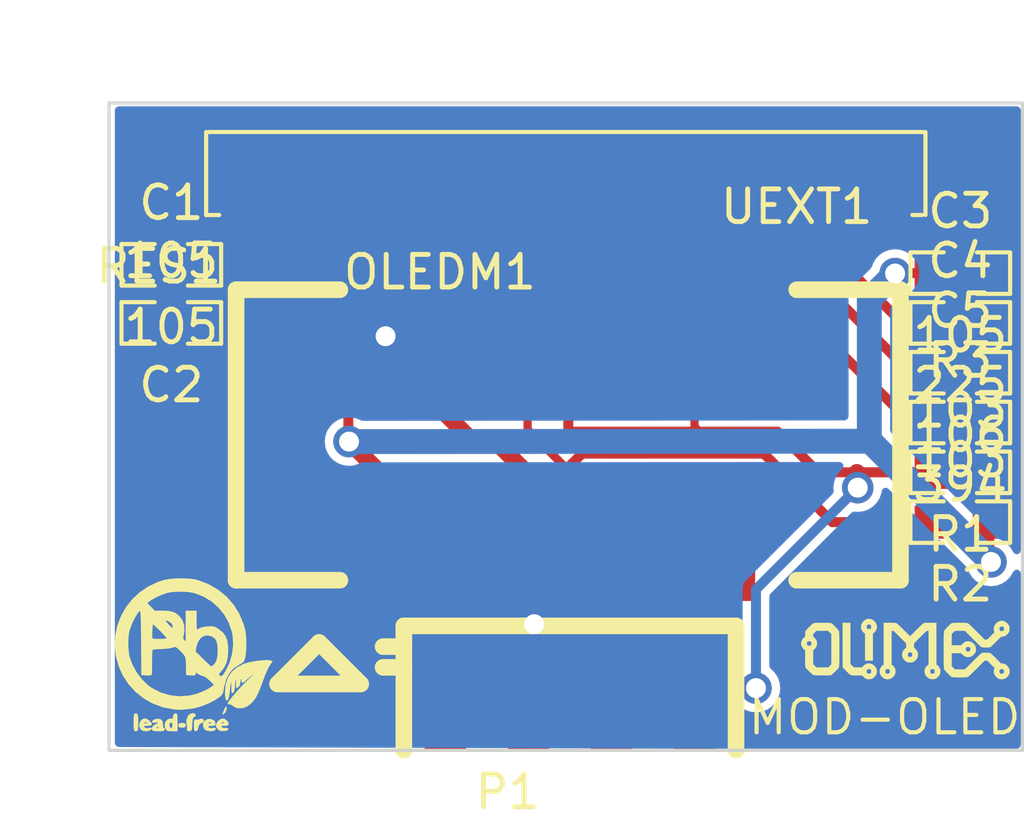
<source format=kicad_pcb>
(kicad_pcb (version 20221018) (generator pcbnew)
  (layers (0 "F.Cu" signal) (31 "B.Cu" signal) (34 "B.Paste" user) (35 "F.Paste" user) (36 "B.SilkS" user "B.Silkscreen") (37 "F.SilkS" user "F.Silkscreen") (38 "B.Mask" user) (39 "F.Mask" user) (44 "Edge.Cuts" user))
  (net 0 "")
  (net 1 "Net-(C1-Pad1)")
  (net 2 "Net-(C1-Pad2)")
  (net 3 "Net-(C2-Pad1)")
  (net 4 "Net-(C2-Pad2)")
  (net 5 "GND")
  (net 6 "Net-(C4-Pad1)")
  (net 7 "Net-(C5-Pad1)")
  (net 8 "/SCL")
  (net 9 "/SDA")
  (net 10 "Net-(OLEDM1-Pad26)")
  (net 11 "Net-(OLEDM1-Pad30)")
  (net 12 "Net-(OLEDM1-Pad1)")
  (net 13 "/VDD")
  (net 14 "Net-(OLEDM1-Pad7)")
  (net 15 "Net-(OLEDM1-Pad14)")
  (net 16 "Net-(UEXT1-Pad3)")
  (net 17 "Net-(UEXT1-Pad4)")
  (net 18 "Net-(UEXT1-Pad7)")
  (net 19 "Net-(UEXT1-Pad8)")
  (net 20 "Net-(UEXT1-Pad9)")
  (net 21 "Net-(UEXT1-Pad10)")
  (footprint "kicad_wrk:LOGO_OLIMEX_80" (layer "F.Cu") (at 205.5876 118.6942)
    (fp_text reference "G***" hide)
    (fp_text value "LOGO" hide)
  )
  (footprint "kicad_wrk:TP" (layer "F.Cu") (at 182.753 103.378 180)
    (fp_text reference "RES1" (at 0 -3.6 180) (layer "F.SilkS"))
    (fp_text value "CONN_01X01" hide)
  )
  (footprint "kicad_wrk:R_0603" (layer "F.Cu") (at 207.264 111.76)
    (fp_text reference "R3" (at 0 -1.9) (layer "F.SilkS"))
    (fp_text value "394" (at 0 1.9) (layer "F.SilkS"))
    (pad "1" smd rect (at -0.889 0) (size 1.016 1.016) (layers "F.Cu" "F.Paste" "F.Mask") (net 10 "Net-(OLEDM1-Pad26)"))
    (pad "2" smd rect (at 0.889 0) (size 1.016 1.016) (layers "F.Cu" "F.Paste" "F.Mask") (net 5 "GND"))
  )
  (footprint "kicad_wrk:R_0603" (layer "F.Cu") (at 207.264 114.808 180)
    (fp_text reference "R2" (at 0 -1.9 180) (layer "F.SilkS"))
    (fp_text value "103" (at 0 1.9 180) (layer "F.SilkS"))
    (pad "1" smd rect (at -0.889 0 180) (size 1.016 1.016) (layers "F.Cu" "F.Paste" "F.Mask") (net 13 "/VDD"))
    (pad "2" smd rect (at 0.889 0 180) (size 1.016 1.016) (layers "F.Cu" "F.Paste" "F.Mask") (net 8 "/SCL"))
  )
  (footprint "kicad_wrk:R_0603" (layer "F.Cu") (at 207.264 113.284 180)
    (fp_text reference "R1" (at 0 -1.9 180) (layer "F.SilkS"))
    (fp_text value "103" (at 0 1.9 180) (layer "F.SilkS"))
    (pad "1" smd rect (at -0.889 0 180) (size 1.016 1.016) (layers "F.Cu" "F.Paste" "F.Mask") (net 13 "/VDD"))
    (pad "2" smd rect (at 0.889 0 180) (size 1.016 1.016) (layers "F.Cu" "F.Paste" "F.Mask") (net 9 "/SDA"))
  )
  (footprint "kicad_wrk:C_0603" (layer "F.Cu") (at 207.264 110.236)
    (fp_text reference "C5" (at 0 -1.9) (layer "F.SilkS"))
    (fp_text value "106" (at 0 1.9) (layer "F.SilkS"))
    (pad "1" smd rect (at -0.889 0) (size 1.016 1.016) (layers "F.Cu" "F.Paste" "F.Mask") (net 7 "Net-(C5-Pad1)"))
    (pad "2" smd rect (at 0.889 0) (size 1.016 1.016) (layers "F.Cu" "F.Paste" "F.Mask") (net 5 "GND"))
  )
  (footprint "kicad_wrk:C_0603" (layer "F.Cu") (at 207.264 108.712)
    (fp_text reference "C4" (at 0 -1.9) (layer "F.SilkS"))
    (fp_text value "225" (at 0 1.9) (layer "F.SilkS"))
    (pad "1" smd rect (at -0.889 0) (size 1.016 1.016) (layers "F.Cu" "F.Paste" "F.Mask") (net 6 "Net-(C4-Pad1)"))
    (pad "2" smd rect (at 0.889 0) (size 1.016 1.016) (layers "F.Cu" "F.Paste" "F.Mask") (net 5 "GND"))
  )
  (footprint "kicad_wrk:C_0603" (layer "F.Cu") (at 207.264 107.188)
    (fp_text reference "C3" (at 0 -1.9) (layer "F.SilkS"))
    (fp_text value "105" (at 0 1.9) (layer "F.SilkS"))
    (pad "1" smd rect (at -0.889 0) (size 1.016 1.016) (layers "F.Cu" "F.Paste" "F.Mask") (net 13 "/VDD"))
    (pad "2" smd rect (at 0.889 0) (size 1.016 1.016) (layers "F.Cu" "F.Paste" "F.Mask") (net 5 "GND"))
  )
  (footprint "kicad_wrk:C_0603" (layer "F.Cu") (at 183.134 108.712 180)
    (fp_text reference "C2" (at 0 -1.9 180) (layer "F.SilkS"))
    (fp_text value "105" (at 0 1.9 180) (layer "F.SilkS"))
    (pad "1" smd rect (at -0.889 0 180) (size 1.016 1.016) (layers "F.Cu" "F.Paste" "F.Mask") (net 3 "Net-(C2-Pad1)"))
    (pad "2" smd rect (at 0.889 0 180) (size 1.016 1.016) (layers "F.Cu" "F.Paste" "F.Mask") (net 4 "Net-(C2-Pad2)"))
  )
  (footprint "kicad_wrk:C_0603" (layer "F.Cu") (at 183.134 106.934)
    (fp_text reference "C1" (at 0 -1.9) (layer "F.SilkS"))
    (fp_text value "105" (at 0 1.9) (layer "F.SilkS"))
    (pad "1" smd rect (at -0.889 0) (size 1.016 1.016) (layers "F.Cu" "F.Paste" "F.Mask") (net 1 "Net-(C1-Pad1)"))
    (pad "2" smd rect (at 0.889 0) (size 1.016 1.016) (layers "F.Cu" "F.Paste" "F.Mask") (net 2 "Net-(C1-Pad2)"))
  )
  (footprint "kicad_wrk:IROP055-SSD1306Z-PADS-ONLY" (layer "F.Cu") (at 195.199 105.41)
    (fp_text reference "OLEDM1" (at -3.85 1.75) (layer "F.SilkS"))
    (fp_text value "IROP055")
    (pad "1" smd rect (at -10.15 -0.7) (size 0.4 2.54) (layers "F.Cu" "F.Paste" "F.Mask") (net 12 "Net-(OLEDM1-Pad1)"))
    (pad "2" smd rect (at -9.45 -0.7) (size 0.4 2.54) (layers "F.Cu" "F.Paste" "F.Mask") (net 1 "Net-(C1-Pad1)"))
    (pad "3" smd rect (at -8.75 -0.7) (size 0.4 2.54) (layers "F.Cu" "F.Paste" "F.Mask") (net 2 "Net-(C1-Pad2)"))
    (pad "4" smd rect (at -8.05 -0.7) (size 0.4 2.54) (layers "F.Cu" "F.Paste" "F.Mask") (net 3 "Net-(C2-Pad1)"))
    (pad "5" smd rect (at -7.35 -0.7) (size 0.4 2.54) (layers "F.Cu" "F.Paste" "F.Mask") (net 4 "Net-(C2-Pad2)"))
    (pad "6" smd rect (at -6.65 -0.7) (size 0.4 2.54) (layers "F.Cu" "F.Paste" "F.Mask") (net 13 "/VDD"))
    (pad "7" smd rect (at -5.95 -0.7) (size 0.4 2.54) (layers "F.Cu" "F.Paste" "F.Mask") (net 14 "Net-(OLEDM1-Pad7)"))
    (pad "8" smd rect (at -5.25 -0.7) (size 0.4 2.54) (layers "F.Cu" "F.Paste" "F.Mask") (net 5 "GND"))
    (pad "9" smd rect (at -4.55 -0.7) (size 0.4 2.54) (layers "F.Cu" "F.Paste" "F.Mask") (net 13 "/VDD"))
    (pad "10" smd rect (at -3.85 -0.7) (size 0.4 2.54) (layers "F.Cu" "F.Paste" "F.Mask") (net 5 "GND"))
    (pad "11" smd rect (at -3.15 -0.7) (size 0.4 2.54) (layers "F.Cu" "F.Paste" "F.Mask") (net 13 "/VDD"))
    (pad "12" smd rect (at -2.45 -0.7) (size 0.4 2.54) (layers "F.Cu" "F.Paste" "F.Mask") (net 5 "GND"))
    (pad "13" smd rect (at -1.75 -0.7) (size 0.4 2.54) (layers "F.Cu" "F.Paste" "F.Mask") (net 5 "GND"))
    (pad "14" smd rect (at -1.05 -0.7) (size 0.4 2.54) (layers "F.Cu" "F.Paste" "F.Mask") (net 15 "Net-(OLEDM1-Pad14)"))
    (pad "15" smd rect (at -0.35 -0.7) (size 0.4 2.54) (layers "F.Cu" "F.Paste" "F.Mask") (net 5 "GND"))
    (pad "16" smd rect (at 0.35 -0.7) (size 0.4 2.54) (layers "F.Cu" "F.Paste" "F.Mask") (net 5 "GND"))
    (pad "17" smd rect (at 1.05 -0.7) (size 0.4 2.54) (layers "F.Cu" "F.Paste" "F.Mask") (net 5 "GND"))
    (pad "18" smd rect (at 1.75 -0.7) (size 0.4 2.54) (layers "F.Cu" "F.Paste" "F.Mask") (net 8 "/SCL"))
    (pad "19" smd rect (at 2.45 -0.7) (size 0.4 2.54) (layers "F.Cu" "F.Paste" "F.Mask") (net 9 "/SDA"))
    (pad "20" smd rect (at 3.15 -0.7) (size 0.4 2.54) (layers "F.Cu" "F.Paste" "F.Mask") (net 9 "/SDA"))
    (pad "21" smd rect (at 3.85 -0.7) (size 0.4 2.54) (layers "F.Cu" "F.Paste" "F.Mask") (net 5 "GND"))
    (pad "22" smd rect (at 4.55 -0.7) (size 0.4 2.54) (layers "F.Cu" "F.Paste" "F.Mask") (net 5 "GND"))
    (pad "23" smd rect (at 5.25 -0.7) (size 0.4 2.54) (layers "F.Cu" "F.Paste" "F.Mask") (net 5 "GND"))
    (pad "24" smd rect (at 5.95 -0.7) (size 0.4 2.54) (layers "F.Cu" "F.Paste" "F.Mask") (net 5 "GND"))
    (pad "25" smd rect (at 6.65 -0.7) (size 0.4 2.54) (layers "F.Cu" "F.Paste" "F.Mask") (net 5 "GND"))
    (pad "26" smd rect (at 7.35 -0.7) (size 0.4 2.54) (layers "F.Cu" "F.Paste" "F.Mask") (net 10 "Net-(OLEDM1-Pad26)"))
    (pad "27" smd rect (at 8.05 -0.7) (size 0.4 2.54) (layers "F.Cu" "F.Paste" "F.Mask") (net 7 "Net-(C5-Pad1)"))
    (pad "28" smd rect (at 8.75 -0.7) (size 0.4 2.54) (layers "F.Cu" "F.Paste" "F.Mask") (net 6 "Net-(C4-Pad1)"))
    (pad "29" smd rect (at 9.45 -0.7) (size 0.4 2.54) (layers "F.Cu" "F.Paste" "F.Mask") (net 5 "GND"))
    (pad "30" smd rect (at 10.15 -0.7) (size 0.4 2.54) (layers "F.Cu" "F.Paste" "F.Mask") (net 11 "Net-(OLEDM1-Pad30)"))
  )
  (footprint "kicad_wrk:UEXTM-SMD" (layer "F.Cu") (at 195.2752 112.141 180)
    (fp_text reference "UEXT1" (at -6.985 6.985 180) (layer "F.SilkS"))
    (fp_text value "CONN_02X05")
    (pad "1" smd rect (at 5.08 -3.175 180) (size 1.27 3.81) (layers "F.Cu" "F.Paste" "F.Mask") (net 13 "/VDD"))
    (pad "2" smd rect (at 5.08 3.175 180) (size 1.27 3.81) (layers "F.Cu" "F.Paste" "F.Mask") (net 5 "GND"))
    (pad "3" smd rect (at 2.54 -3.175 180) (size 1.27 3.81) (layers "F.Cu" "F.Paste" "F.Mask") (net 16 "Net-(UEXT1-Pad3)"))
    (pad "4" smd rect (at 2.54 3.175 180) (size 1.27 3.81) (layers "F.Cu" "F.Paste" "F.Mask") (net 17 "Net-(UEXT1-Pad4)"))
    (pad "5" smd rect (at 0 -3.175 180) (size 1.27 3.81) (layers "F.Cu" "F.Paste" "F.Mask") (net 8 "/SCL"))
    (pad "6" smd rect (at 0 3.175 180) (size 1.27 3.81) (layers "F.Cu" "F.Paste" "F.Mask") (net 9 "/SDA"))
    (pad "7" smd rect (at -2.54 -3.175 180) (size 1.27 3.81) (layers "F.Cu" "F.Paste" "F.Mask") (net 18 "Net-(UEXT1-Pad7)"))
    (pad "8" smd rect (at -2.54 3.175 180) (size 1.27 3.81) (layers "F.Cu" "F.Paste" "F.Mask") (net 19 "Net-(UEXT1-Pad8)"))
    (pad "9" smd rect (at -5.08 -3.175 180) (size 1.27 3.81) (layers "F.Cu" "F.Paste" "F.Mask") (net 20 "Net-(UEXT1-Pad9)"))
    (pad "10" smd rect (at -5.08 3.175 180) (size 1.27 3.81) (layers "F.Cu" "F.Paste" "F.Mask") (net 21 "Net-(UEXT1-Pad10)"))
  )
  (footprint "kicad_wrk:SIP4_SMD" (layer "F.Cu") (at 195.326 119.888)
    (fp_text reference "P1" (at -1.905 3.175) (layer "F.SilkS"))
    (fp_text value "CONN_01X04")
    (pad "1" smd rect (at -3.81 0) (size 1.27 3.81) (layers "F.Cu" "F.Mask") (net 13 "/VDD"))
    (pad "2" smd rect (at -1.27 0) (size 1.27 3.81) (layers "F.Cu" "F.Mask") (net 5 "GND"))
    (pad "3" smd rect (at 1.27 0) (size 1.27 3.81) (layers "F.Cu" "F.Mask") (net 8 "/SCL"))
    (pad "4" smd rect (at 3.81 0) (size 1.27 3.81) (layers "F.Cu" "F.Mask") (net 9 "/SDA"))
  )
  (footprint "kicad_wrk:LOGO_PBFREE_33" (layer "F.Cu") (at 183.6166 118.8466)
    (fp_text reference "G***" hide)
    (fp_text value "LOGO" hide)
  )
  (gr_line (start 209.169 121.793) (end 209.169 101.981) (stroke (width 0.1)) (layer "Edge.Cuts"))
  (gr_line (start 181.229 121.793) (end 181.229 101.981) (stroke (width 0.1)) (layer "Edge.Cuts"))
  (gr_line (start 209.169 121.793) (end 181.229 121.793) (stroke (width 0.1)) (layer "Edge.Cuts"))
  (gr_line (start 209.169 101.981) (end 181.229 101.981) (stroke (width 0.1)) (layer "Edge.Cuts"))
  (gr_text "MOD-OLED" (at 204.9526 120.777) (layer "F.SilkS") (effects (font (size 1.016 1.016) (thickness 0.127))))
  (segment (start 185.749 103.3768) (end 185.42 103.0478) (width 0.254) (layer "F.Cu") (net 1))
  (segment (start 185.42 103.0478) (end 184.6199 103.0478) (width 0.254) (layer "F.Cu") (net 1))
  (segment (start 184.6199 103.0478) (end 184.2008 103.4669) (width 0.3048) (layer "F.Cu") (net 1))
  (segment (start 184.2008 103.4669) (end 184.2008 105.1941) (width 0.3048) (layer "F.Cu") (net 1))
  (segment (start 184.2008 105.1941) (end 183.2991 106.0958) (width 0.254) (layer "F.Cu") (net 1))
  (segment (start 183.2991 106.0958) (end 183.0832 106.0958) (width 0.254) (layer "F.Cu") (net 1))
  (segment (start 183.0832 106.0958) (end 182.245 106.934) (width 0.3048) (layer "F.Cu") (net 1))
  (segment (start 185.749 104.71) (end 185.749 103.3768) (width 0.3048) (layer "F.Cu") (net 1))
  (segment (start 186.449 106.413) (end 185.928 106.934) (width 0.3048) (layer "F.Cu") (net 2))
  (segment (start 185.928 106.934) (end 184.023 106.934) (width 0.3048) (layer "F.Cu") (net 2))
  (segment (start 186.449 104.71) (end 186.449 106.413) (width 0.3048) (layer "F.Cu") (net 2))
  (segment (start 187.149 106.475) (end 184.912 108.712) (width 0.254) (layer "F.Cu") (net 3))
  (segment (start 184.912 108.712) (end 184.023 108.712) (width 0.3048) (layer "F.Cu") (net 3))
  (segment (start 187.149 104.71) (end 187.149 106.475) (width 0.3048) (layer "F.Cu") (net 3))
  (segment (start 187.849 107.172) (end 184.912 110.109) (width 0.3048) (layer "F.Cu") (net 4))
  (segment (start 184.912 110.109) (end 182.626 110.109) (width 0.3048) (layer "F.Cu") (net 4))
  (segment (start 182.626 110.109) (end 182.245 109.728) (width 0.3048) (layer "F.Cu") (net 4))
  (segment (start 182.245 109.728) (end 182.245 108.712) (width 0.3048) (layer "F.Cu") (net 4))
  (segment (start 187.849 104.71) (end 187.849 107.172) (width 0.3048) (layer "F.Cu") (net 4))
  (segment (start 194.056 118.11) (end 194.2338 117.9322) (width 0.508) (layer "F.Cu") (net 5))
  (segment (start 189.6872 109.1184) (end 189.8396 108.966) (width 0.508) (layer "F.Cu") (net 5))
  (segment (start 189.8396 108.966) (end 190.1952 108.966) (width 0.508) (layer "F.Cu") (net 5))
  (segment (start 208.153 110.236) (end 208.153 108.712) (width 0.3048) (layer "F.Cu") (net 5))
  (segment (start 208.153 104.0638) (end 206.7052 102.616) (width 0.3048) (layer "F.Cu") (net 5))
  (segment (start 206.7052 102.616) (end 204.8002 102.616) (width 0.3048) (layer "F.Cu") (net 5))
  (segment (start 204.8002 102.616) (end 204.649 102.7672) (width 0.3048) (layer "F.Cu") (net 5))
  (segment (start 204.649 102.7672) (end 204.649 104.71) (width 0.3048) (layer "F.Cu") (net 5))
  (segment (start 201.849 102.6366) (end 201.8696 102.616) (width 0.3048) (layer "F.Cu") (net 5))
  (segment (start 201.8696 102.616) (end 204.8002 102.616) (width 0.3048) (layer "F.Cu") (net 5))
  (segment (start 201.849 102.6668) (end 201.849 102.6366) (width 0.3048) (layer "F.Cu") (net 5))
  (segment (start 199.1614 102.6668) (end 199.0598 102.6668) (width 0.3048) (layer "F.Cu") (net 5))
  (segment (start 199.0598 102.6668) (end 199.049 102.6776) (width 0.3048) (layer "F.Cu") (net 5))
  (segment (start 199.049 102.6776) (end 199.049 104.71) (width 0.3048) (layer "F.Cu") (net 5))
  (segment (start 199.749 102.6668) (end 199.771 102.6888) (width 0.3048) (layer "F.Cu") (net 5))
  (segment (start 199.771 102.6888) (end 199.771 102.6922) (width 0.3048) (layer "F.Cu") (net 5))
  (segment (start 199.771 102.6922) (end 199.771 102.6668) (width 0.3048) (layer "F.Cu") (net 5))
  (segment (start 199.771 102.6668) (end 199.1614 102.6668) (width 0.3048) (layer "F.Cu") (net 5))
  (segment (start 200.449 102.6668) (end 200.4568 102.6746) (width 0.3048) (layer "F.Cu") (net 5))
  (segment (start 200.4568 102.6746) (end 200.4568 102.7176) (width 0.3048) (layer "F.Cu") (net 5))
  (segment (start 200.4568 102.7176) (end 200.4568 102.6668) (width 0.3048) (layer "F.Cu") (net 5))
  (segment (start 200.4568 102.6668) (end 199.771 102.6668) (width 0.3048) (layer "F.Cu") (net 5))
  (segment (start 201.149 102.6668) (end 201.168 102.6478) (width 0.3048) (layer "F.Cu") (net 5))
  (segment (start 201.168 102.6478) (end 201.168 102.6414) (width 0.3048) (layer "F.Cu") (net 5))
  (segment (start 201.168 102.6414) (end 201.168 102.6668) (width 0.3048) (layer "F.Cu") (net 5))
  (segment (start 201.168 102.6668) (end 200.4568 102.6668) (width 0.3048) (layer "F.Cu") (net 5))
  (segment (start 192.749 102.6668) (end 192.7352 102.6806) (width 0.3048) (layer "F.Cu") (net 5))
  (segment (start 192.7352 102.6806) (end 192.7352 102.7684) (width 0.3048) (layer "F.Cu") (net 5))
  (segment (start 192.7352 102.7684) (end 192.7352 102.6668) (width 0.3048) (layer "F.Cu") (net 5))
  (segment (start 193.449 102.6668) (end 193.4718 102.6896) (width 0.3048) (layer "F.Cu") (net 5))
  (segment (start 193.4718 102.6896) (end 193.4718 102.7938) (width 0.3048) (layer "F.Cu") (net 5))
  (segment (start 193.4718 102.7938) (end 193.4718 102.6668) (width 0.3048) (layer "F.Cu") (net 5))
  (segment (start 193.4718 102.6668) (end 192.7352 102.6668) (width 0.3048) (layer "F.Cu") (net 5))
  (segment (start 194.849 102.6668) (end 194.8434 102.6724) (width 0.3048) (layer "F.Cu") (net 5))
  (segment (start 194.8434 102.6724) (end 194.8434 102.7684) (width 0.3048) (layer "F.Cu") (net 5))
  (segment (start 194.8434 102.7684) (end 194.8434 102.6668) (width 0.3048) (layer "F.Cu") (net 5))
  (segment (start 194.8434 102.6668) (end 193.4718 102.6668) (width 0.3048) (layer "F.Cu") (net 5))
  (segment (start 195.549 102.6668) (end 195.5292 102.6866) (width 0.3048) (layer "F.Cu") (net 5))
  (segment (start 195.5292 102.6866) (end 195.5292 102.7176) (width 0.3048) (layer "F.Cu") (net 5))
  (segment (start 195.5292 102.7176) (end 195.5292 102.6668) (width 0.3048) (layer "F.Cu") (net 5))
  (segment (start 195.5292 102.6668) (end 194.8434 102.6668) (width 0.3048) (layer "F.Cu") (net 5))
  (segment (start 196.249 102.6668) (end 196.2404 102.6754) (width 0.3048) (layer "F.Cu") (net 5))
  (segment (start 196.2404 102.6754) (end 196.2404 102.7684) (width 0.3048) (layer "F.Cu") (net 5))
  (segment (start 196.2404 102.7684) (end 196.2404 102.6668) (width 0.3048) (layer "F.Cu") (net 5))
  (segment (start 196.2404 102.6668) (end 195.5292 102.6668) (width 0.3048) (layer "F.Cu") (net 5))
  (segment (start 193.449 106.3345) (end 193.3067 106.4768) (width 0.3048) (layer "F.Cu") (net 5))
  (segment (start 193.3067 106.4768) (end 191.3382 106.4768) (width 0.3048) (layer "F.Cu") (net 5))
  (segment (start 189.949 106.2306) (end 190.1952 106.4768) (width 0.3048) (layer "F.Cu") (net 5))
  (segment (start 191.349 106.4768) (end 191.3382 106.466) (width 0.3048) (layer "F.Cu") (net 5))
  (segment (start 191.3382 106.466) (end 191.3382 106.426) (width 0.3048) (layer "F.Cu") (net 5))
  (segment (start 191.3382 106.426) (end 191.3382 106.4768) (width 0.3048) (layer "F.Cu") (net 5))
  (segment (start 191.3382 106.4768) (end 190.1952 106.4768) (width 0.3048) (layer "F.Cu") (net 5))
  (segment (start 190.1952 110.1725) (end 192.3542 112.3315) (width 0.508) (layer "F.Cu") (net 5))
  (segment (start 192.3542 112.3315) (end 193.04 112.3315) (width 0.508) (layer "F.Cu") (net 5))
  (segment (start 193.04 112.3315) (end 194.056 113.3475) (width 0.508) (layer "F.Cu") (net 5))
  (segment (start 194.056 113.3475) (end 194.056 119.888) (width 0.508) (layer "F.Cu") (net 5))
  (segment (start 192.749 104.71) (end 192.749 102.6668) (width 0.3048) (layer "F.Cu") (net 5))
  (segment (start 200.449 104.71) (end 200.449 102.6668) (width 0.3048) (layer "F.Cu") (net 5))
  (segment (start 196.249 104.71) (end 196.249 102.6668) (width 0.3048) (layer "F.Cu") (net 5))
  (segment (start 190.1952 108.966) (end 190.1952 110.1725) (width 0.3048) (layer "F.Cu") (net 5))
  (segment (start 201.149 104.71) (end 201.149 102.6668) (width 0.3048) (layer "F.Cu") (net 5))
  (segment (start 191.349 104.71) (end 191.349 106.4768) (width 0.3048) (layer "F.Cu") (net 5))
  (segment (start 208.153 108.712) (end 208.153 107.188) (width 0.3048) (layer "F.Cu") (net 5))
  (segment (start 193.449 104.71) (end 193.449 102.6668) (width 0.3048) (layer "F.Cu") (net 5))
  (segment (start 199.749 104.71) (end 199.749 102.6668) (width 0.3048) (layer "F.Cu") (net 5))
  (segment (start 208.153 107.188) (end 208.153 104.0638) (width 0.3048) (layer "F.Cu") (net 5))
  (segment (start 190.1952 108.966) (end 190.1952 106.4768) (width 0.3048) (layer "F.Cu") (net 5))
  (segment (start 195.549 104.71) (end 195.549 102.6668) (width 0.3048) (layer "F.Cu") (net 5))
  (segment (start 193.449 106.3345) (end 193.449 104.71) (width 0.3048) (layer "F.Cu") (net 5))
  (segment (start 199.1614 102.6668) (end 196.2404 102.6668) (width 0.3048) (layer "F.Cu") (net 5))
  (segment (start 208.153 111.76) (end 208.153 110.236) (width 0.3048) (layer "F.Cu") (net 5))
  (segment (start 194.849 104.71) (end 194.849 102.6668) (width 0.3048) (layer "F.Cu") (net 5))
  (segment (start 189.949 104.71) (end 189.949 106.2306) (width 0.3048) (layer "F.Cu") (net 5))
  (segment (start 194.056 119.888) (end 194.056 118.11) (width 0.508) (layer "F.Cu") (net 5))
  (segment (start 201.849 102.6668) (end 201.168 102.6668) (width 0.3048) (layer "F.Cu") (net 5))
  (segment (start 201.849 104.71) (end 201.849 102.6668) (width 0.3048) (layer "F.Cu") (net 5))
  (via (at 189.6872 109.1184) (size 0.9652) (drill 0.6096) (layers "F.Cu" "B.Cu") (net 5))
  (via (at 194.2338 117.9322) (size 0.9652) (drill 0.6096) (layers "F.Cu" "B.Cu") (net 5))
  (segment (start 194.2338 117.9322) (end 191.5922 115.2906) (width 0.508) (layer "B.Cu") (net 5))
  (segment (start 191.5922 115.2906) (end 186.9948 115.2906) (width 0.508) (layer "B.Cu") (net 5))
  (segment (start 186.9948 115.2906) (end 186.3344 114.6302) (width 0.508) (layer "B.Cu") (net 5))
  (segment (start 186.3344 114.6302) (end 186.3344 110.744) (width 0.508) (layer "B.Cu") (net 5))
  (segment (start 186.3344 110.744) (end 187.96 109.1184) (width 0.508) (layer "B.Cu") (net 5))
  (segment (start 187.96 109.1184) (end 189.6872 109.1184) (width 0.508) (layer "B.Cu") (net 5))
  (segment (start 203.949 107.175) (end 205.486 108.712) (width 0.3048) (layer "F.Cu") (net 6))
  (segment (start 205.486 108.712) (end 206.375 108.712) (width 0.3048) (layer "F.Cu") (net 6))
  (segment (start 203.949 104.71) (end 203.949 107.175) (width 0.3048) (layer "F.Cu") (net 6))
  (segment (start 203.249 107.745) (end 205.74 110.236) (width 0.3048) (layer "F.Cu") (net 7))
  (segment (start 205.74 110.236) (end 206.375 110.236) (width 0.3048) (layer "F.Cu") (net 7))
  (segment (start 203.249 104.71) (end 203.249 107.745) (width 0.3048) (layer "F.Cu") (net 7))
  (segment (start 196.949 106.2889) (end 196.7357 106.5022) (width 0.254) (layer "F.Cu") (net 8))
  (segment (start 196.7357 106.5022) (end 194.4624 106.5022) (width 0.254) (layer "F.Cu") (net 8))
  (segment (start 194.4624 106.5022) (end 194.0306 106.934) (width 0.254) (layer "F.Cu") (net 8))
  (segment (start 194.0306 106.934) (end 194.0306 111.9759) (width 0.254) (layer "F.Cu") (net 8))
  (segment (start 194.0306 111.9759) (end 195.2752 113.2205) (width 0.254) (layer "F.Cu") (net 8))
  (segment (start 195.2752 113.2205) (end 195.2752 113.17605) (width 0.254) (layer "F.Cu") (net 8))
  (segment (start 195.2752 117.1321) (end 196.596 118.4529) (width 0.508) (layer "F.Cu") (net 8))
  (segment (start 196.596 118.4529) (end 196.596 119.888) (width 0.254) (layer "F.Cu") (net 8))
  (segment (start 196.596 118.4656) (end 196.596 119.888) (width 0.3048) (layer "F.Cu") (net 8))
  (segment (start 203.3524 114.808) (end 201.2569 112.7125) (width 0.3048) (layer "F.Cu") (net 8))
  (segment (start 201.2569 112.7125) (end 195.6943 112.7125) (width 0.3048) (layer "F.Cu") (net 8))
  (segment (start 195.6943 112.7125) (end 195.23075 113.17605) (width 0.3048) (layer "F.Cu") (net 8))
  (segment (start 195.23075 113.17605) (end 195.2752 113.17605) (width 0.3048) (layer "F.Cu") (net 8))
  (segment (start 195.2752 113.17605) (end 195.2752 115.316) (width 0.254) (layer "F.Cu") (net 8))
  (segment (start 196.949 104.71) (end 196.949 106.2889) (width 0.254) (layer "F.Cu") (net 8))
  (segment (start 195.2752 115.316) (end 195.2752 117.1321) (width 0.254) (layer "F.Cu") (net 8))
  (segment (start 206.375 114.808) (end 203.3524 114.808) (width 0.3048) (layer "F.Cu") (net 8))
  (segment (start 202.9206 113.284) (end 201.676 112.0394) (width 0.3048) (layer "F.Cu") (net 9))
  (segment (start 201.676 112.0394) (end 199.1868 112.0394) (width 0.3048) (layer "F.Cu") (net 9))
  (segment (start 195.2752 112.0394) (end 195.2752 108.966) (width 0.3048) (layer "F.Cu") (net 9))
  (segment (start 198.349 106.0454) (end 199.136 106.8324) (width 0.254) (layer "F.Cu") (net 9))
  (segment (start 199.136 106.8324) (end 199.136 112.0394) (width 0.254) (layer "F.Cu") (net 9))
  (segment (start 199.136 112.0394) (end 199.1868 111.9886) (width 0.254) (layer "F.Cu") (net 9))
  (segment (start 199.1868 111.9886) (end 199.1868 111.9378) (width 0.254) (layer "F.Cu") (net 9))
  (segment (start 199.1868 111.9378) (end 199.1868 112.0394) (width 0.254) (layer "F.Cu") (net 9))
  (segment (start 199.1868 112.0394) (end 195.2752 112.0394) (width 0.3048) (layer "F.Cu") (net 9))
  (segment (start 204.1017 113.284) (end 204.1271 113.3094) (width 0.508) (layer "F.Cu") (net 9))
  (segment (start 204.1271 113.3094) (end 204.1271 113.7539) (width 0.508) (layer "F.Cu") (net 9))
  (segment (start 201.0156 119.888) (end 199.136 119.888) (width 0.508) (layer "F.Cu") (net 9))
  (segment (start 197.649 104.71) (end 198.349 104.71) (width 0.3048) (layer "F.Cu") (net 9))
  (segment (start 197.649 104.71) (end 197.649 105.7518) (width 0.3048) (layer "F.Cu") (net 9))
  (segment (start 198.349 104.71) (end 198.349 106.0454) (width 0.254) (layer "F.Cu") (net 9))
  (segment (start 206.375 113.284) (end 204.1017 113.284) (width 0.3048) (layer "F.Cu") (net 9))
  (segment (start 206.375 113.284) (end 204.5462 113.284) (width 0.3048) (layer "F.Cu") (net 9))
  (segment (start 204.5462 113.284) (end 202.9206 113.284) (width 0.3048) (layer "F.Cu") (net 9))
  (via (at 201.0156 119.888) (size 0.9652) (drill 0.6096) (layers "F.Cu" "B.Cu") (net 9))
  (via (at 204.1271 113.7539) (size 0.9652) (drill 0.6096) (layers "F.Cu" "B.Cu") (net 9))
  (segment (start 204.1271 113.7539) (end 201.0156 116.8654) (width 0.3048) (layer "B.Cu") (net 9))
  (segment (start 201.0156 116.8654) (end 201.0156 119.888) (width 0.3048) (layer "B.Cu") (net 9))
  (segment (start 205.74 111.76) (end 206.375 111.76) (width 0.3048) (layer "F.Cu") (net 10))
  (segment (start 202.549 104.71) (end 202.549 108.569) (width 0.3048) (layer "F.Cu") (net 10))
  (segment (start 202.549 108.569) (end 205.74 111.76) (width 0.3048) (layer "F.Cu") (net 10))
  (segment (start 188.549 112.3617) (end 190.01105 113.82375) (width 0.3048) (layer "F.Cu") (net 13))
  (segment (start 191.516 117.7544) (end 190.1952 116.4336) (width 0.508) (layer "F.Cu") (net 13))
  (segment (start 188.5696 112.3442) (end 190.1952 113.9698) (width 0.508) (layer "F.Cu") (net 13))
  (segment (start 190.1952 113.9698) (end 190.1952 115.316) (width 0.3048) (layer "F.Cu") (net 13))
  (segment (start 208.153 115.9764) (end 208.2038 116.0272) (width 0.3048) (layer "F.Cu") (net 13))
  (segment (start 205.2828 107.188) (end 205.2701 107.2007) (width 0.3048) (layer "F.Cu") (net 13))
  (segment (start 192.049 102.9966) (end 191.7065 102.6541) (width 0.3048) (layer "F.Cu") (net 13))
  (segment (start 191.7065 102.6541) (end 190.6524 102.6541) (width 0.3048) (layer "F.Cu") (net 13))
  (segment (start 188.7855 102.6541) (end 188.549 102.8906) (width 0.3048) (layer "F.Cu") (net 13))
  (segment (start 188.549 102.8906) (end 188.549 104.71) (width 0.3048) (layer "F.Cu") (net 13))
  (segment (start 190.649 102.6541) (end 190.6524 102.6575) (width 0.3048) (layer "F.Cu") (net 13))
  (segment (start 190.6524 102.6575) (end 190.6524 102.7938) (width 0.3048) (layer "F.Cu") (net 13))
  (segment (start 190.6524 102.7938) (end 190.6524 102.6541) (width 0.3048) (layer "F.Cu") (net 13))
  (segment (start 190.6524 102.6541) (end 188.7855 102.6541) (width 0.3048) (layer "F.Cu") (net 13))
  (segment (start 188.549 104.71) (end 188.549 112.3617) (width 0.3048) (layer "F.Cu") (net 13))
  (segment (start 191.516 119.888) (end 191.516 117.7544) (width 0.762) (layer "F.Cu") (net 13))
  (segment (start 206.375 107.188) (end 205.2828 107.188) (width 0.3048) (layer "F.Cu") (net 13))
  (segment (start 190.649 104.71) (end 190.649 102.6541) (width 0.3048) (layer "F.Cu") (net 13))
  (segment (start 208.153 114.808) (end 208.153 115.9764) (width 0.3048) (layer "F.Cu") (net 13))
  (segment (start 190.1952 115.316) (end 190.1952 116.4336) (width 0.3048) (layer "F.Cu") (net 13))
  (segment (start 208.153 113.284) (end 208.153 114.808) (width 0.3048) (layer "F.Cu") (net 13))
  (segment (start 192.049 104.71) (end 192.049 102.9966) (width 0.3048) (layer "F.Cu") (net 13))
  (via (at 208.2038 116.0272) (size 0.9652) (drill 0.6096) (layers "F.Cu" "B.Cu") (net 13))
  (via (at 188.5696 112.3442) (size 0.9652) (drill 0.6096) (layers "F.Cu" "B.Cu") (net 13))
  (via (at 205.2701 107.2007) (size 0.9652) (drill 0.6096) (layers "F.Cu" "B.Cu") (net 13))
  (segment (start 204.4827 112.3315) (end 188.5696 112.3442) (width 0.762) (layer "B.Cu") (net 13))
  (segment (start 208.2038 116.0272) (end 204.5208 112.3442) (width 0.762) (layer "B.Cu") (net 13))
  (segment (start 204.5208 112.3442) (end 204.4827 112.3315) (width 0.3048) (layer "B.Cu") (net 13))
  (segment (start 205.2701 107.2007) (end 204.4827 107.9881) (width 0.762) (layer "B.Cu") (net 13))
  (segment (start 204.4827 107.9881) (end 204.4827 112.3315) (width 0.762) (layer "B.Cu") (net 13))
  (zone (net 5) (net_name "GND") (layer "B.Cu") (connect_pads (clearance 0.254)) (min_thickness 0.254) (fill yes (thermal_gap 0.508) (thermal_bridge_width 0.508))
    (polygon (pts (xy 181.4068 102.0826) (xy 209.1436 102.0826) (xy 209.169 121.7676) (xy 181.4068 121.6914)))
  )
)
</source>
